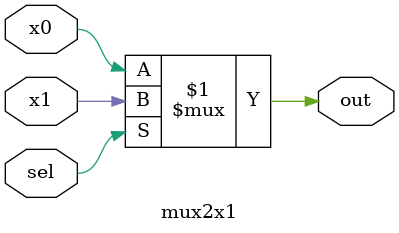
<source format=v>

`timescale 1ns/1ns

module mux2x1(x0, x1, sel, out);

parameter n =1;

input[n-1:0] x0, x1;
input sel;
output [n-1:0] out;

assign {out} = (sel)? {x1}:{x0};

endmodule

</source>
